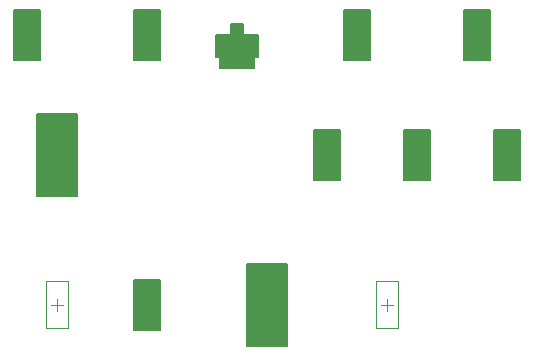
<source format=gbr>
%TF.GenerationSoftware,Altium Limited,Altium Designer,22.0.2 (36)*%
G04 Layer_Color=32768*
%FSLAX26Y26*%
%MOIN*%
%TF.SameCoordinates,18AA30F0-C86B-41F5-80B4-D111BAE5B25F*%
%TF.FilePolarity,Positive*%
%TF.FileFunction,Other,Mechanical_15*%
%TF.Part,Single*%
G01*
G75*
%TA.AperFunction,NonConductor*%
%ADD18C,0.006000*%
%ADD23C,0.003937*%
G36*
X6244449Y2316000D02*
X6155551D01*
Y2484000D01*
X6244449D01*
Y2316000D01*
D02*
G37*
G36*
X5844449D02*
X5755551D01*
Y2484000D01*
X5844449D01*
Y2316000D01*
D02*
G37*
G36*
X5144449D02*
X5055551D01*
Y2484000D01*
X5144449D01*
Y2316000D01*
D02*
G37*
G36*
X4744449D02*
X4655551D01*
Y2484000D01*
X4744449D01*
Y2316000D01*
D02*
G37*
G36*
X5421000Y2399500D02*
X5469000D01*
Y2324500D01*
X5457024D01*
Y2289000D01*
X5342976D01*
Y2324500D01*
X5331000D01*
Y2399500D01*
X5379000D01*
Y2435000D01*
X5421000D01*
Y2399500D01*
D02*
G37*
G36*
X6344449Y1916000D02*
X6255551D01*
Y2084000D01*
X6344449D01*
Y1916000D01*
D02*
G37*
G36*
X6044449D02*
X5955551D01*
Y2084000D01*
X6044449D01*
Y1916000D01*
D02*
G37*
G36*
X5744449D02*
X5655551D01*
Y2084000D01*
X5744449D01*
Y1916000D01*
D02*
G37*
G36*
X4865500Y1864000D02*
X4734500D01*
Y2136000D01*
X4865500D01*
Y1864000D01*
D02*
G37*
G36*
X5144449Y1416000D02*
X5055551D01*
Y1584000D01*
X5144449D01*
Y1416000D01*
D02*
G37*
G36*
X5565500Y1364000D02*
X5434500D01*
Y1636000D01*
X5565500D01*
Y1364000D01*
D02*
G37*
D18*
X4744448Y2316000D02*
Y2484000D01*
X4655552D02*
X4744448D01*
X4655552Y2316000D02*
Y2484000D01*
Y2316000D02*
X4744448D01*
X5342976Y2289000D02*
X5457024D01*
X5342976D02*
Y2324500D01*
X5457024Y2289000D02*
Y2324500D01*
X5331000D02*
X5342976D01*
X5457024D02*
X5469000D01*
Y2399500D01*
X5421000D02*
X5469000D01*
X5421000D02*
Y2435000D01*
X5379000D02*
X5421000D01*
X5379000Y2399500D02*
Y2435000D01*
X5331000Y2399500D02*
X5379000D01*
X5331000Y2324500D02*
Y2399500D01*
X4734500Y1864000D02*
X4865500D01*
X4734500D02*
Y2136000D01*
X4865500D01*
Y1864000D02*
Y2136000D01*
X5144448Y2316000D02*
Y2484000D01*
X5055552D02*
X5144448D01*
X5055552Y2316000D02*
Y2484000D01*
Y2316000D02*
X5144448D01*
X6244448D02*
Y2484000D01*
X6155552D02*
X6244448D01*
X6155552Y2316000D02*
Y2484000D01*
Y2316000D02*
X6244448D01*
X5844448D02*
Y2484000D01*
X5755552D02*
X5844448D01*
X5755552Y2316000D02*
Y2484000D01*
Y2316000D02*
X5844448D01*
X6344448Y1916000D02*
Y2084000D01*
X6255552D02*
X6344448D01*
X6255552Y1916000D02*
Y2084000D01*
Y1916000D02*
X6344448D01*
X6044448D02*
Y2084000D01*
X5955552D02*
X6044448D01*
X5955552Y1916000D02*
Y2084000D01*
Y1916000D02*
X6044448D01*
X5744448D02*
Y2084000D01*
X5655552D02*
X5744448D01*
X5655552Y1916000D02*
Y2084000D01*
Y1916000D02*
X5744448D01*
X5434500Y1364000D02*
X5565500D01*
X5434500D02*
Y1636000D01*
X5565500D01*
Y1364000D02*
Y1636000D01*
X5144448Y1416000D02*
Y1584000D01*
X5055552D02*
X5144448D01*
X5055552Y1416000D02*
Y1584000D01*
Y1416000D02*
X5144448D01*
D23*
X4780314Y1500000D02*
X4819686D01*
X4800000Y1480316D02*
Y1519686D01*
X4837402Y1421260D02*
Y1578740D01*
X4762598Y1421260D02*
Y1578740D01*
X4837402D01*
X4762598Y1421260D02*
X4837402D01*
X5880314Y1500000D02*
X5919686D01*
X5900000Y1480316D02*
Y1519686D01*
X5937402Y1421260D02*
Y1578740D01*
X5862598Y1421260D02*
Y1578740D01*
X5937402D01*
X5862598Y1421260D02*
X5937402D01*
%TF.MD5,e804dfe6795da8df2a7ed08a3cb16827*%
M02*

</source>
